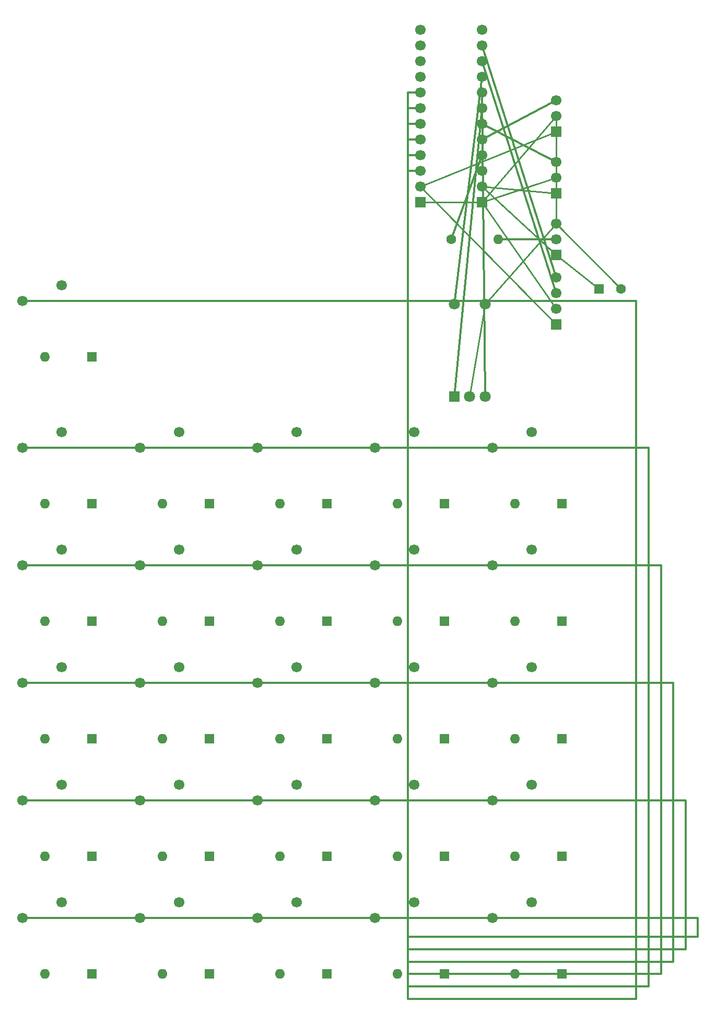
<source format=gtl>
%TF.GenerationSoftware,KiCad,Pcbnew,9.0.7*%
%TF.CreationDate,2026-02-27T02:53:56-05:00*%
%TF.ProjectId,Macropad,4d616372-6f70-4616-942e-6b696361645f,rev?*%
%TF.SameCoordinates,Original*%
%TF.FileFunction,Copper,L1,Top*%
%TF.FilePolarity,Positive*%
%FSLAX46Y46*%
G04 Gerber Fmt 4.6, Leading zero omitted, Abs format (unit mm)*
G04 Created by KiCad (PCBNEW 9.0.7) date 2026-02-27 02:53:56*
%MOMM*%
%LPD*%
G01*
G04 APERTURE LIST*
%TA.AperFunction,ComponentPad*%
%ADD10C,1.700000*%
%TD*%
%TA.AperFunction,ComponentPad*%
%ADD11R,1.600000X1.600000*%
%TD*%
%TA.AperFunction,ComponentPad*%
%ADD12O,1.600000X1.600000*%
%TD*%
%TA.AperFunction,ComponentPad*%
%ADD13R,1.700000X1.700000*%
%TD*%
%TA.AperFunction,ComponentPad*%
%ADD14C,1.600000*%
%TD*%
%TA.AperFunction,ComponentPad*%
%ADD15R,1.800000X1.800000*%
%TD*%
%TA.AperFunction,ComponentPad*%
%ADD16C,1.800000*%
%TD*%
%TA.AperFunction,Conductor*%
%ADD17C,0.300000*%
%TD*%
%TA.AperFunction,Conductor*%
%ADD18C,0.250000*%
%TD*%
G04 APERTURE END LIST*
D10*
%TO.P,SW1,1*%
%TO.N,ROW0*%
X5715000Y-6985000D03*
%TO.P,SW1,2*%
%TO.N,K1*%
X12065000Y-4445000D03*
%TD*%
D11*
%TO.P,D1,1*%
%TO.N,K1*%
X17025000Y-16025000D03*
D12*
%TO.P,D1,2*%
%TO.N,COL0*%
X9405000Y-16025000D03*
%TD*%
D10*
%TO.P,SW2,1*%
%TO.N,ROW1*%
X5715000Y-30797000D03*
%TO.P,SW2,2*%
%TO.N,K2*%
X12065000Y-28257000D03*
%TD*%
D11*
%TO.P,D2,1*%
%TO.N,K2*%
X17025000Y-39837000D03*
D12*
%TO.P,D2,2*%
%TO.N,COL0*%
X9405000Y-39837000D03*
%TD*%
D10*
%TO.P,SW3,1*%
%TO.N,ROW1*%
X24765000Y-30797000D03*
%TO.P,SW3,2*%
%TO.N,K3*%
X31115000Y-28257000D03*
%TD*%
D11*
%TO.P,D3,1*%
%TO.N,K3*%
X36075000Y-39837000D03*
D12*
%TO.P,D3,2*%
%TO.N,COL1*%
X28455000Y-39837000D03*
%TD*%
D10*
%TO.P,SW4,1*%
%TO.N,ROW1*%
X43815000Y-30797000D03*
%TO.P,SW4,2*%
%TO.N,K4*%
X50165000Y-28257000D03*
%TD*%
D11*
%TO.P,D4,1*%
%TO.N,K4*%
X55125000Y-39837000D03*
D12*
%TO.P,D4,2*%
%TO.N,COL2*%
X47505000Y-39837000D03*
%TD*%
D10*
%TO.P,SW5,1*%
%TO.N,ROW1*%
X62865000Y-30797000D03*
%TO.P,SW5,2*%
%TO.N,K5*%
X69215000Y-28257000D03*
%TD*%
D11*
%TO.P,D5,1*%
%TO.N,K5*%
X74175000Y-39837000D03*
D12*
%TO.P,D5,2*%
%TO.N,COL3*%
X66555000Y-39837000D03*
%TD*%
D10*
%TO.P,SW6,1*%
%TO.N,ROW1*%
X81915000Y-30797000D03*
%TO.P,SW6,2*%
%TO.N,K6*%
X88265000Y-28257000D03*
%TD*%
D11*
%TO.P,D6,1*%
%TO.N,K6*%
X93225000Y-39837000D03*
D12*
%TO.P,D6,2*%
%TO.N,COL4*%
X85605000Y-39837000D03*
%TD*%
D10*
%TO.P,SW7,1*%
%TO.N,ROW2*%
X5715000Y-49848000D03*
%TO.P,SW7,2*%
%TO.N,K7*%
X12065000Y-47308000D03*
%TD*%
D11*
%TO.P,D7,1*%
%TO.N,K7*%
X17025000Y-58888000D03*
D12*
%TO.P,D7,2*%
%TO.N,COL0*%
X9405000Y-58888000D03*
%TD*%
D10*
%TO.P,SW8,1*%
%TO.N,ROW2*%
X24765000Y-49848000D03*
%TO.P,SW8,2*%
%TO.N,K8*%
X31115000Y-47308000D03*
%TD*%
D11*
%TO.P,D8,1*%
%TO.N,K8*%
X36075000Y-58888000D03*
D12*
%TO.P,D8,2*%
%TO.N,COL1*%
X28455000Y-58888000D03*
%TD*%
D10*
%TO.P,SW9,1*%
%TO.N,ROW2*%
X43815000Y-49848000D03*
%TO.P,SW9,2*%
%TO.N,K9*%
X50165000Y-47308000D03*
%TD*%
D11*
%TO.P,D9,1*%
%TO.N,K9*%
X55125000Y-58888000D03*
D12*
%TO.P,D9,2*%
%TO.N,COL2*%
X47505000Y-58888000D03*
%TD*%
D10*
%TO.P,SW10,1*%
%TO.N,ROW2*%
X62865000Y-49848000D03*
%TO.P,SW10,2*%
%TO.N,K10*%
X69215000Y-47308000D03*
%TD*%
D11*
%TO.P,D10,1*%
%TO.N,K10*%
X74175000Y-58888000D03*
D12*
%TO.P,D10,2*%
%TO.N,COL3*%
X66555000Y-58888000D03*
%TD*%
D10*
%TO.P,SW11,1*%
%TO.N,ROW2*%
X81915000Y-49848000D03*
%TO.P,SW11,2*%
%TO.N,K11*%
X88265000Y-47308000D03*
%TD*%
D11*
%TO.P,D11,1*%
%TO.N,K11*%
X93225000Y-58888000D03*
D12*
%TO.P,D11,2*%
%TO.N,COL4*%
X85605000Y-58888000D03*
%TD*%
D10*
%TO.P,SW12,1*%
%TO.N,ROW3*%
X5715000Y-68898000D03*
%TO.P,SW12,2*%
%TO.N,K12*%
X12065000Y-66358000D03*
%TD*%
D11*
%TO.P,D12,1*%
%TO.N,K12*%
X17025000Y-77938000D03*
D12*
%TO.P,D12,2*%
%TO.N,COL0*%
X9405000Y-77938000D03*
%TD*%
D10*
%TO.P,SW13,1*%
%TO.N,ROW3*%
X24765000Y-68898000D03*
%TO.P,SW13,2*%
%TO.N,K13*%
X31115000Y-66358000D03*
%TD*%
D11*
%TO.P,D13,1*%
%TO.N,K13*%
X36075000Y-77938000D03*
D12*
%TO.P,D13,2*%
%TO.N,COL1*%
X28455000Y-77938000D03*
%TD*%
D10*
%TO.P,SW14,1*%
%TO.N,ROW3*%
X43815000Y-68898000D03*
%TO.P,SW14,2*%
%TO.N,K14*%
X50165000Y-66358000D03*
%TD*%
D11*
%TO.P,D14,1*%
%TO.N,K14*%
X55125000Y-77938000D03*
D12*
%TO.P,D14,2*%
%TO.N,COL2*%
X47505000Y-77938000D03*
%TD*%
D10*
%TO.P,SW15,1*%
%TO.N,ROW3*%
X62865000Y-68898000D03*
%TO.P,SW15,2*%
%TO.N,K15*%
X69215000Y-66358000D03*
%TD*%
D11*
%TO.P,D15,1*%
%TO.N,K15*%
X74175000Y-77938000D03*
D12*
%TO.P,D15,2*%
%TO.N,COL3*%
X66555000Y-77938000D03*
%TD*%
D10*
%TO.P,SW16,1*%
%TO.N,ROW3*%
X81915000Y-68898000D03*
%TO.P,SW16,2*%
%TO.N,K16*%
X88265000Y-66358000D03*
%TD*%
D11*
%TO.P,D16,1*%
%TO.N,K16*%
X93225000Y-77938000D03*
D12*
%TO.P,D16,2*%
%TO.N,COL4*%
X85605000Y-77938000D03*
%TD*%
D10*
%TO.P,SW17,1*%
%TO.N,ROW4*%
X5715000Y-87947000D03*
%TO.P,SW17,2*%
%TO.N,K17*%
X12065000Y-85407000D03*
%TD*%
D11*
%TO.P,D17,1*%
%TO.N,K17*%
X17025000Y-96987000D03*
D12*
%TO.P,D17,2*%
%TO.N,COL0*%
X9405000Y-96987000D03*
%TD*%
D10*
%TO.P,SW18,1*%
%TO.N,ROW4*%
X24765000Y-87947000D03*
%TO.P,SW18,2*%
%TO.N,K18*%
X31115000Y-85407000D03*
%TD*%
D11*
%TO.P,D18,1*%
%TO.N,K18*%
X36075000Y-96987000D03*
D12*
%TO.P,D18,2*%
%TO.N,COL1*%
X28455000Y-96987000D03*
%TD*%
D10*
%TO.P,SW19,1*%
%TO.N,ROW4*%
X43815000Y-87947000D03*
%TO.P,SW19,2*%
%TO.N,K19*%
X50165000Y-85407000D03*
%TD*%
D11*
%TO.P,D19,1*%
%TO.N,K19*%
X55125000Y-96987000D03*
D12*
%TO.P,D19,2*%
%TO.N,COL2*%
X47505000Y-96987000D03*
%TD*%
D10*
%TO.P,SW20,1*%
%TO.N,ROW4*%
X62865000Y-87947000D03*
%TO.P,SW20,2*%
%TO.N,K20*%
X69215000Y-85407000D03*
%TD*%
D11*
%TO.P,D20,1*%
%TO.N,K20*%
X74175000Y-96987000D03*
D12*
%TO.P,D20,2*%
%TO.N,COL3*%
X66555000Y-96987000D03*
%TD*%
D10*
%TO.P,SW21,1*%
%TO.N,ROW4*%
X81915000Y-87947000D03*
%TO.P,SW21,2*%
%TO.N,K21*%
X88265000Y-85407000D03*
%TD*%
D11*
%TO.P,D21,1*%
%TO.N,K21*%
X93225000Y-96987000D03*
D12*
%TO.P,D21,2*%
%TO.N,COL4*%
X85605000Y-96987000D03*
%TD*%
D10*
%TO.P,SW22,1*%
%TO.N,ROW5*%
X5715000Y-106998000D03*
%TO.P,SW22,2*%
%TO.N,K22*%
X12065000Y-104458000D03*
%TD*%
D11*
%TO.P,D22,1*%
%TO.N,K22*%
X17025000Y-116038000D03*
D12*
%TO.P,D22,2*%
%TO.N,COL0*%
X9405000Y-116038000D03*
%TD*%
D10*
%TO.P,SW23,1*%
%TO.N,ROW5*%
X24765000Y-106998000D03*
%TO.P,SW23,2*%
%TO.N,K23*%
X31115000Y-104458000D03*
%TD*%
D11*
%TO.P,D23,1*%
%TO.N,K23*%
X36075000Y-116038000D03*
D12*
%TO.P,D23,2*%
%TO.N,COL1*%
X28455000Y-116038000D03*
%TD*%
D10*
%TO.P,SW24,1*%
%TO.N,ROW5*%
X43815000Y-106998000D03*
%TO.P,SW24,2*%
%TO.N,K24*%
X50165000Y-104458000D03*
%TD*%
D11*
%TO.P,D24,1*%
%TO.N,K24*%
X55125000Y-116038000D03*
D12*
%TO.P,D24,2*%
%TO.N,COL2*%
X47505000Y-116038000D03*
%TD*%
D10*
%TO.P,SW25,1*%
%TO.N,ROW5*%
X62865000Y-106998000D03*
%TO.P,SW25,2*%
%TO.N,K25*%
X69215000Y-104458000D03*
%TD*%
D11*
%TO.P,D25,1*%
%TO.N,K25*%
X74175000Y-116038000D03*
D12*
%TO.P,D25,2*%
%TO.N,COL3*%
X66555000Y-116038000D03*
%TD*%
D10*
%TO.P,SW26,1*%
%TO.N,ROW5*%
X81915000Y-106998000D03*
%TO.P,SW26,2*%
%TO.N,K26*%
X88265000Y-104458000D03*
%TD*%
D11*
%TO.P,D26,1*%
%TO.N,K26*%
X93225000Y-116038000D03*
D12*
%TO.P,D26,2*%
%TO.N,COL4*%
X85605000Y-116038000D03*
%TD*%
D13*
%TO.P,J101,1*%
%TO.N,GND*%
X70250000Y9030000D03*
D10*
%TO.P,J101,2*%
%TO.N,3V3*%
X70250000Y11570000D03*
%TO.P,J101,3*%
%TO.N,ROW5*%
X70250000Y14110000D03*
%TO.P,J101,4*%
%TO.N,ROW4*%
X70250000Y16650000D03*
%TO.P,J101,5*%
%TO.N,ROW3*%
X70250000Y19190000D03*
%TO.P,J101,6*%
%TO.N,ROW2*%
X70250000Y21730000D03*
%TO.P,J101,7*%
%TO.N,ROW1*%
X70250000Y24270000D03*
%TO.P,J101,8*%
%TO.N,ROW0*%
X70250000Y26810000D03*
%TO.P,J101,9*%
%TO.N,COL0*%
X70250000Y29350000D03*
%TO.P,J101,10*%
%TO.N,COL1*%
X70250000Y31890000D03*
%TO.P,J101,11*%
%TO.N,COL2*%
X70250000Y34430000D03*
%TO.P,J101,12*%
%TO.N,COL3*%
X70250000Y36970000D03*
%TD*%
D13*
%TO.P,J102,1*%
%TO.N,GND*%
X80250000Y9030000D03*
D10*
%TO.P,J102,2*%
%TO.N,5V*%
X80250000Y11570000D03*
%TO.P,J102,3*%
%TO.N,COL4*%
X80250000Y14110000D03*
%TO.P,J102,4*%
%TO.N,LED_DATA*%
X80250000Y16650000D03*
%TO.P,J102,5*%
%TO.N,IR_RX*%
X80250000Y19190000D03*
%TO.P,J102,6*%
%TO.N,IR_TX*%
X80250000Y21730000D03*
%TO.P,J102,7*%
%TO.N,ENC_A*%
X80250000Y24270000D03*
%TO.P,J102,8*%
%TO.N,ENC_B*%
X80250000Y26810000D03*
%TO.P,J102,9*%
%TO.N,ENC_SW*%
X80250000Y29350000D03*
%TO.P,J102,10*%
%TO.N,LCD_SDA*%
X80250000Y31890000D03*
%TO.P,J102,11*%
%TO.N,LCD_SCL*%
X80250000Y34430000D03*
%TO.P,J102,12*%
%TO.N,N/C*%
X80250000Y36970000D03*
%TD*%
D13*
%TO.P,J201,1*%
%TO.N,3V3*%
X92250000Y20460000D03*
D10*
%TO.P,J201,2*%
%TO.N,GND*%
X92250000Y23000000D03*
%TO.P,J201,3*%
%TO.N,IR_RX*%
X92250000Y25540000D03*
%TD*%
D13*
%TO.P,J202,1*%
%TO.N,5V*%
X92250000Y10460000D03*
D10*
%TO.P,J202,2*%
%TO.N,GND*%
X92250000Y13000000D03*
%TO.P,J202,3*%
%TO.N,IR_TX*%
X92250000Y15540000D03*
%TD*%
D13*
%TO.P,J301,1*%
%TO.N,5V*%
X92250000Y460000D03*
D10*
%TO.P,J301,2*%
%TO.N,LED_DIN*%
X92250000Y3000000D03*
%TO.P,J301,3*%
%TO.N,GND*%
X92250000Y5540000D03*
%TD*%
D13*
%TO.P,J302,1*%
%TO.N,3V3*%
X92250000Y-10810000D03*
D10*
%TO.P,J302,2*%
%TO.N,GND*%
X92250000Y-8270000D03*
%TO.P,J302,3*%
%TO.N,LCD_SDA*%
X92250000Y-5730000D03*
%TO.P,J302,4*%
%TO.N,LCD_SCL*%
X92250000Y-3190000D03*
%TD*%
D14*
%TO.P,R401,1*%
%TO.N,LED_DATA*%
X75250000Y3000000D03*
D12*
%TO.P,R401,2*%
%TO.N,LED_DIN*%
X82870000Y3000000D03*
%TD*%
D11*
%TO.P,C401,1*%
%TO.N,5V*%
X99250000Y-5000000D03*
D14*
%TO.P,C401,2*%
%TO.N,GND*%
X102750000Y-5000000D03*
%TD*%
D15*
%TO.P,SW401,A*%
%TO.N,ENC_A*%
X75750000Y-22500000D03*
D16*
%TO.P,SW401,B*%
%TO.N,ENC_B*%
X80750000Y-22500000D03*
%TO.P,SW401,C*%
%TO.N,GND*%
X78250000Y-22500000D03*
%TO.P,SW401,S1*%
%TO.N,ENC_SW*%
X75750000Y-7500000D03*
%TO.P,SW401,S2*%
%TO.N,GND*%
X80750000Y-7500000D03*
%TD*%
D17*
%TO.N,ROW0*%
X5715000Y-6985000D02*
X105250000Y-6985000D01*
X105250000Y-6985000D02*
X105250000Y-120063000D01*
X105250000Y-120063000D02*
X68250000Y-120063000D01*
X68250000Y-120063000D02*
X68250000Y26810000D01*
X68250000Y26810000D02*
X70250000Y26810000D01*
%TO.N,ROW1*%
X5715000Y-30797000D02*
X24765000Y-30797000D01*
X24765000Y-30797000D02*
X43815000Y-30797000D01*
X43815000Y-30797000D02*
X62865000Y-30797000D01*
X62865000Y-30797000D02*
X81915000Y-30797000D01*
X81915000Y-30797000D02*
X107250000Y-30797000D01*
X107250000Y-30797000D02*
X107250000Y-118063000D01*
X107250000Y-118063000D02*
X68250000Y-118063000D01*
X68250000Y-118063000D02*
X68250000Y24270000D01*
X68250000Y24270000D02*
X70250000Y24270000D01*
%TO.N,ROW2*%
X5715000Y-49848000D02*
X24765000Y-49848000D01*
X24765000Y-49848000D02*
X43815000Y-49848000D01*
X43815000Y-49848000D02*
X62865000Y-49848000D01*
X62865000Y-49848000D02*
X81915000Y-49848000D01*
X81915000Y-49848000D02*
X109250000Y-49848000D01*
X109250000Y-49848000D02*
X109250000Y-116063000D01*
X109250000Y-116063000D02*
X68250000Y-116063000D01*
X68250000Y-116063000D02*
X68250000Y21730000D01*
X68250000Y21730000D02*
X70250000Y21730000D01*
%TO.N,ROW3*%
X5715000Y-68897000D02*
X24765000Y-68897000D01*
X24765000Y-68897000D02*
X43815000Y-68897000D01*
X43815000Y-68897000D02*
X62865000Y-68897000D01*
X62865000Y-68897000D02*
X81915000Y-68897000D01*
X81915000Y-68897000D02*
X111250000Y-68897000D01*
X111250000Y-68897000D02*
X111250000Y-114063000D01*
X111250000Y-114063000D02*
X68250000Y-114063000D01*
X68250000Y-114063000D02*
X68250000Y19190000D01*
X68250000Y19190000D02*
X70250000Y19190000D01*
%TO.N,ROW4*%
X5715000Y-87947000D02*
X24765000Y-87947000D01*
X24765000Y-87947000D02*
X43815000Y-87947000D01*
X43815000Y-87947000D02*
X62865000Y-87947000D01*
X62865000Y-87947000D02*
X81915000Y-87947000D01*
X81915000Y-87947000D02*
X113250000Y-87947000D01*
X113250000Y-87947000D02*
X113250000Y-112063000D01*
X113250000Y-112063000D02*
X68250000Y-112063000D01*
X68250000Y-112063000D02*
X68250000Y16650000D01*
X68250000Y16650000D02*
X70250000Y16650000D01*
%TO.N,ROW5*%
X5715000Y-106998000D02*
X24765000Y-106998000D01*
X24765000Y-106998000D02*
X43815000Y-106998000D01*
X43815000Y-106998000D02*
X62865000Y-106998000D01*
X62865000Y-106998000D02*
X81915000Y-106998000D01*
X81915000Y-106998000D02*
X115250000Y-106998000D01*
X115250000Y-106998000D02*
X115250000Y-110063000D01*
X115250000Y-110063000D02*
X68250000Y-110063000D01*
X68250000Y-110063000D02*
X68250000Y14110000D01*
X68250000Y14110000D02*
X70250000Y14110000D01*
D18*
%TO.N,3V3*%
X70250000Y11570000D02*
X92250000Y20460000D01*
%TO.N,GND*%
X70250000Y9030000D02*
X80250000Y9030000D01*
%TO.N,5V*%
X80250000Y11570000D02*
X92250000Y460000D01*
%TO.N,GND*%
X80250000Y9030000D02*
X92250000Y23000000D01*
X92250000Y23000000D02*
X92250000Y5540000D01*
%TO.N,5V*%
X80250000Y11570000D02*
X92250000Y10460000D01*
%TO.N,GND*%
X80250000Y9030000D02*
X92250000Y13000000D01*
%TO.N,3V3*%
X70250000Y11570000D02*
X92250000Y-10810000D01*
%TO.N,GND*%
X80250000Y9030000D02*
X92250000Y-8270000D01*
D17*
%TO.N,IR_RX*%
X80250000Y19190000D02*
X92250000Y25540000D01*
%TO.N,IR_TX*%
X80250000Y21730000D02*
X92250000Y15540000D01*
%TO.N,LCD_SDA*%
X80250000Y31890000D02*
X92250000Y-5730000D01*
%TO.N,LCD_SCL*%
X80250000Y34430000D02*
X92250000Y-3190000D01*
%TO.N,LED_DATA*%
X80250000Y16650000D02*
X75250000Y3000000D01*
%TO.N,LED_DIN*%
X82870000Y3000000D02*
X92250000Y3000000D01*
D18*
%TO.N,5V*%
X92250000Y460000D02*
X99250000Y-5000000D01*
%TO.N,GND*%
X92250000Y5540000D02*
X102750000Y-5000000D01*
D17*
%TO.N,ENC_A*%
X80250000Y24270000D02*
X75750000Y-22500000D01*
%TO.N,ENC_B*%
X80250000Y26810000D02*
X80750000Y-22500000D01*
%TO.N,ENC_SW*%
X80250000Y29350000D02*
X75750000Y-7500000D01*
D18*
%TO.N,GND*%
X78250000Y-22500000D02*
X80750000Y-7500000D01*
X80750000Y-7500000D02*
X92250000Y5540000D01*
%TD*%
M02*

</source>
